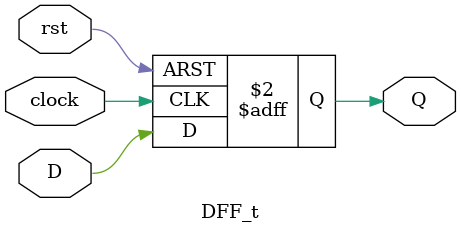
<source format=v>
`timescale 1ns / 1ps
module DFF_t(D, clock, Q, rst);
    input D, clock, rst;
    output reg Q;
    always @(posedge clock or posedge rst) begin
        if(rst)
            Q<= 1'b0;
        else
            Q<=D;
    end
endmodule
</source>
